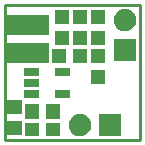
<source format=gbr>
G04 #@! TF.FileFunction,Soldermask,Top*
%FSLAX46Y46*%
G04 Gerber Fmt 4.6, Leading zero omitted, Abs format (unit mm)*
G04 Created by KiCad (PCBNEW no-vcs-found-product) date 17.07.2015 (пт) 15,05,02 EEST*
%MOMM*%
G01*
G04 APERTURE LIST*
%ADD10C,0.100000*%
%ADD11C,0.254000*%
G04 APERTURE END LIST*
D10*
D11*
X15240000Y-19050000D02*
X26670000Y-19050000D01*
X15240000Y-30480000D02*
X15240000Y-19050000D01*
X26670000Y-30480000D02*
X15240000Y-30480000D01*
X26670000Y-19050000D02*
X26670000Y-30480000D01*
D10*
G36*
X16695500Y-28301000D02*
X15435500Y-28301000D01*
X15435500Y-27071000D01*
X16695500Y-27071000D01*
X16695500Y-28301000D01*
X16695500Y-28301000D01*
G37*
G36*
X16695500Y-30079000D02*
X15435500Y-30079000D01*
X15435500Y-28849000D01*
X16695500Y-28849000D01*
X16695500Y-30079000D01*
X16695500Y-30079000D01*
G37*
G36*
X18084800Y-30149800D02*
X16967200Y-30149800D01*
X16967200Y-29032200D01*
X18084800Y-29032200D01*
X18084800Y-30149800D01*
X18084800Y-30149800D01*
G37*
G36*
X18134000Y-28675000D02*
X16918000Y-28675000D01*
X16918000Y-27459000D01*
X18134000Y-27459000D01*
X18134000Y-28675000D01*
X18134000Y-28675000D01*
G37*
G36*
X18146800Y-25029800D02*
X16845200Y-25029800D01*
X16845200Y-24378200D01*
X18146800Y-24378200D01*
X18146800Y-25029800D01*
X18146800Y-25029800D01*
G37*
G36*
X18146800Y-25979800D02*
X16845200Y-25979800D01*
X16845200Y-25328200D01*
X18146800Y-25328200D01*
X18146800Y-25979800D01*
X18146800Y-25979800D01*
G37*
G36*
X18146800Y-26929800D02*
X16845200Y-26929800D01*
X16845200Y-26278200D01*
X18146800Y-26278200D01*
X18146800Y-26929800D01*
X18146800Y-26929800D01*
G37*
G36*
X19009300Y-21558300D02*
X15407700Y-21558300D01*
X15407700Y-19856700D01*
X19009300Y-19856700D01*
X19009300Y-21558300D01*
X19009300Y-21558300D01*
G37*
G36*
X19009300Y-23958300D02*
X15407700Y-23958300D01*
X15407700Y-22256700D01*
X19009300Y-22256700D01*
X19009300Y-23958300D01*
X19009300Y-23958300D01*
G37*
G36*
X19862800Y-30149800D02*
X18745200Y-30149800D01*
X18745200Y-29032200D01*
X19862800Y-29032200D01*
X19862800Y-30149800D01*
X19862800Y-30149800D01*
G37*
G36*
X19912000Y-28675000D02*
X18696000Y-28675000D01*
X18696000Y-27459000D01*
X19912000Y-27459000D01*
X19912000Y-28675000D01*
X19912000Y-28675000D01*
G37*
G36*
X20420000Y-23976000D02*
X19204000Y-23976000D01*
X19204000Y-22760000D01*
X20420000Y-22760000D01*
X20420000Y-23976000D01*
X20420000Y-23976000D01*
G37*
G36*
X20624800Y-20624800D02*
X19507200Y-20624800D01*
X19507200Y-19507200D01*
X20624800Y-19507200D01*
X20624800Y-20624800D01*
X20624800Y-20624800D01*
G37*
G36*
X20624800Y-22402800D02*
X19507200Y-22402800D01*
X19507200Y-21285200D01*
X20624800Y-21285200D01*
X20624800Y-22402800D01*
X20624800Y-22402800D01*
G37*
G36*
X20746800Y-25029800D02*
X19445200Y-25029800D01*
X19445200Y-24378200D01*
X20746800Y-24378200D01*
X20746800Y-25029800D01*
X20746800Y-25029800D01*
G37*
G36*
X20746800Y-26929800D02*
X19445200Y-26929800D01*
X19445200Y-26278200D01*
X20746800Y-26278200D01*
X20746800Y-26929800D01*
X20746800Y-26929800D01*
G37*
G36*
X22198000Y-20674000D02*
X20982000Y-20674000D01*
X20982000Y-19458000D01*
X22198000Y-19458000D01*
X22198000Y-20674000D01*
X22198000Y-20674000D01*
G37*
G36*
X22198000Y-22452000D02*
X20982000Y-22452000D01*
X20982000Y-21236000D01*
X22198000Y-21236000D01*
X22198000Y-22452000D01*
X22198000Y-22452000D01*
G37*
G36*
X22198000Y-23976000D02*
X20982000Y-23976000D01*
X20982000Y-22760000D01*
X22198000Y-22760000D01*
X22198000Y-23976000D01*
X22198000Y-23976000D01*
G37*
G36*
X22540841Y-29116769D02*
X22537867Y-29329743D01*
X22537790Y-29330081D01*
X22537790Y-29330085D01*
X22496558Y-29511575D01*
X22420718Y-29681913D01*
X22313236Y-29834278D01*
X22313234Y-29834279D01*
X22178204Y-29962866D01*
X22178201Y-29962870D01*
X22020770Y-30062778D01*
X21846926Y-30130209D01*
X21663300Y-30162586D01*
X21663297Y-30162585D01*
X21476879Y-30158682D01*
X21294765Y-30118640D01*
X21294761Y-30118640D01*
X21123902Y-30043994D01*
X21123898Y-30043991D01*
X20970782Y-29937573D01*
X20841256Y-29803444D01*
X20740251Y-29646715D01*
X20671609Y-29473347D01*
X20637948Y-29289943D01*
X20640552Y-29103501D01*
X20679318Y-28921117D01*
X20752774Y-28749734D01*
X20805448Y-28672806D01*
X20858120Y-28595880D01*
X20858121Y-28595878D01*
X20858122Y-28595878D01*
X20991343Y-28465417D01*
X21147366Y-28363318D01*
X21320251Y-28293469D01*
X21503406Y-28258530D01*
X21689866Y-28259832D01*
X21872521Y-28297326D01*
X22044411Y-28369581D01*
X22198996Y-28473851D01*
X22198998Y-28473852D01*
X22330385Y-28606159D01*
X22433569Y-28761465D01*
X22433569Y-28761466D01*
X22504625Y-28933857D01*
X22540774Y-29116425D01*
X22540773Y-29116430D01*
X22540841Y-29116769D01*
X22540841Y-29116769D01*
G37*
G36*
X23672800Y-23926800D02*
X22555200Y-23926800D01*
X22555200Y-22809200D01*
X23672800Y-22809200D01*
X23672800Y-23926800D01*
X23672800Y-23926800D01*
G37*
G36*
X23672800Y-25704800D02*
X22555200Y-25704800D01*
X22555200Y-24587200D01*
X23672800Y-24587200D01*
X23672800Y-25704800D01*
X23672800Y-25704800D01*
G37*
G36*
X23722000Y-20674000D02*
X22506000Y-20674000D01*
X22506000Y-19458000D01*
X23722000Y-19458000D01*
X23722000Y-20674000D01*
X23722000Y-20674000D01*
G37*
G36*
X23722000Y-22452000D02*
X22506000Y-22452000D01*
X22506000Y-21236000D01*
X23722000Y-21236000D01*
X23722000Y-22452000D01*
X23722000Y-22452000D01*
G37*
G36*
X25080800Y-30160800D02*
X23179200Y-30160800D01*
X23179200Y-28259200D01*
X25080800Y-28259200D01*
X25080800Y-30160800D01*
X25080800Y-30160800D01*
G37*
G36*
X26350800Y-23810800D02*
X24449200Y-23810800D01*
X24449200Y-21909200D01*
X26350800Y-21909200D01*
X26350800Y-23810800D01*
X26350800Y-23810800D01*
G37*
G36*
X26350841Y-20226769D02*
X26347867Y-20439743D01*
X26347790Y-20440081D01*
X26347790Y-20440085D01*
X26306558Y-20621575D01*
X26230718Y-20791913D01*
X26123236Y-20944278D01*
X26123234Y-20944279D01*
X25988204Y-21072866D01*
X25988201Y-21072870D01*
X25830770Y-21172778D01*
X25656926Y-21240209D01*
X25473300Y-21272586D01*
X25473297Y-21272585D01*
X25286879Y-21268682D01*
X25104765Y-21228640D01*
X25104761Y-21228640D01*
X24933902Y-21153994D01*
X24933898Y-21153991D01*
X24780782Y-21047573D01*
X24651256Y-20913444D01*
X24550251Y-20756715D01*
X24481609Y-20583347D01*
X24447948Y-20399943D01*
X24450552Y-20213501D01*
X24489318Y-20031117D01*
X24562774Y-19859734D01*
X24615448Y-19782806D01*
X24668120Y-19705880D01*
X24668121Y-19705878D01*
X24668122Y-19705878D01*
X24801343Y-19575417D01*
X24957366Y-19473318D01*
X25130251Y-19403469D01*
X25313406Y-19368530D01*
X25499866Y-19369832D01*
X25682521Y-19407326D01*
X25854411Y-19479581D01*
X26008996Y-19583851D01*
X26008998Y-19583852D01*
X26140385Y-19716159D01*
X26243569Y-19871465D01*
X26243569Y-19871466D01*
X26314625Y-20043857D01*
X26350774Y-20226425D01*
X26350773Y-20226430D01*
X26350841Y-20226769D01*
X26350841Y-20226769D01*
G37*
M02*

</source>
